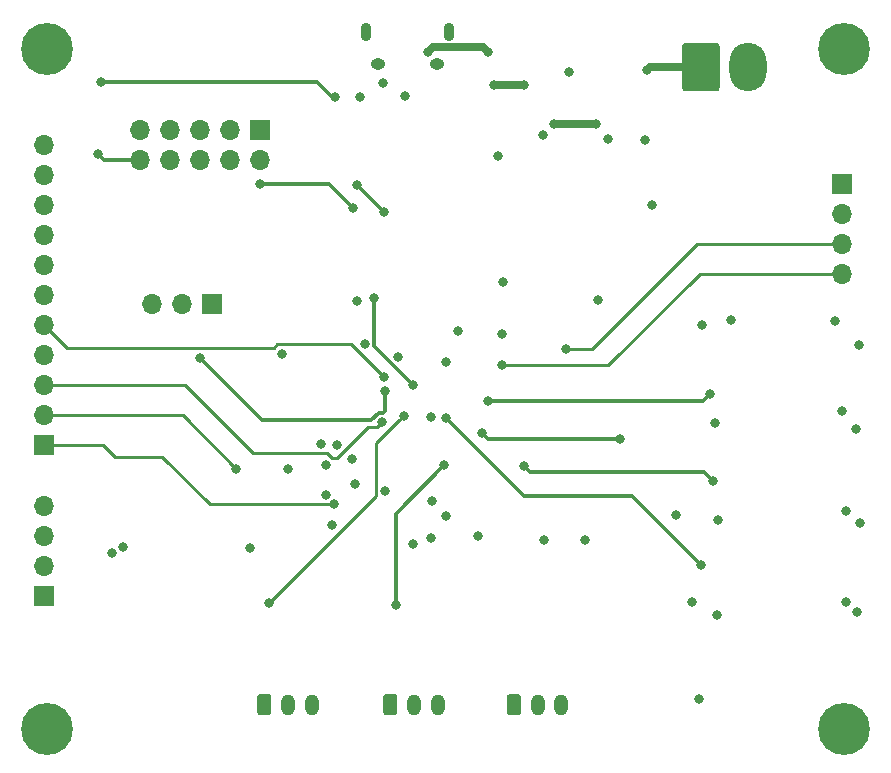
<source format=gbl>
G04 #@! TF.GenerationSoftware,KiCad,Pcbnew,5.1.10-88a1d61d58~90~ubuntu20.04.1*
G04 #@! TF.CreationDate,2021-11-20T18:16:27-05:00*
G04 #@! TF.ProjectId,WiFiSTMBoard,57694669-5354-44d4-926f-6172642e6b69,rev?*
G04 #@! TF.SameCoordinates,Original*
G04 #@! TF.FileFunction,Copper,L4,Bot*
G04 #@! TF.FilePolarity,Positive*
%FSLAX46Y46*%
G04 Gerber Fmt 4.6, Leading zero omitted, Abs format (unit mm)*
G04 Created by KiCad (PCBNEW 5.1.10-88a1d61d58~90~ubuntu20.04.1) date 2021-11-20 18:16:27*
%MOMM*%
%LPD*%
G01*
G04 APERTURE LIST*
G04 #@! TA.AperFunction,ComponentPad*
%ADD10O,1.200000X1.800000*%
G04 #@! TD*
G04 #@! TA.AperFunction,ComponentPad*
%ADD11O,1.700000X1.700000*%
G04 #@! TD*
G04 #@! TA.AperFunction,ComponentPad*
%ADD12R,1.700000X1.700000*%
G04 #@! TD*
G04 #@! TA.AperFunction,ComponentPad*
%ADD13O,0.890000X1.550000*%
G04 #@! TD*
G04 #@! TA.AperFunction,ComponentPad*
%ADD14O,1.250000X0.950000*%
G04 #@! TD*
G04 #@! TA.AperFunction,ComponentPad*
%ADD15O,3.160000X4.100000*%
G04 #@! TD*
G04 #@! TA.AperFunction,ComponentPad*
%ADD16C,0.700000*%
G04 #@! TD*
G04 #@! TA.AperFunction,ComponentPad*
%ADD17C,4.400000*%
G04 #@! TD*
G04 #@! TA.AperFunction,ViaPad*
%ADD18C,0.800000*%
G04 #@! TD*
G04 #@! TA.AperFunction,Conductor*
%ADD19C,0.300000*%
G04 #@! TD*
G04 #@! TA.AperFunction,Conductor*
%ADD20C,0.250000*%
G04 #@! TD*
G04 #@! TA.AperFunction,Conductor*
%ADD21C,0.700000*%
G04 #@! TD*
G04 APERTURE END LIST*
D10*
X121017800Y-132969000D03*
X119017800Y-132969000D03*
G04 #@! TA.AperFunction,ComponentPad*
G36*
G01*
X116417800Y-133619001D02*
X116417800Y-132318999D01*
G75*
G02*
X116667799Y-132069000I249999J0D01*
G01*
X117367801Y-132069000D01*
G75*
G02*
X117617800Y-132318999I0J-249999D01*
G01*
X117617800Y-133619001D01*
G75*
G02*
X117367801Y-133869000I-249999J0D01*
G01*
X116667799Y-133869000D01*
G75*
G02*
X116417800Y-133619001I0J249999D01*
G01*
G37*
G04 #@! TD.AperFunction*
X110553000Y-132969000D03*
X108553000Y-132969000D03*
G04 #@! TA.AperFunction,ComponentPad*
G36*
G01*
X105953000Y-133619001D02*
X105953000Y-132318999D01*
G75*
G02*
X106202999Y-132069000I249999J0D01*
G01*
X106903001Y-132069000D01*
G75*
G02*
X107153000Y-132318999I0J-249999D01*
G01*
X107153000Y-133619001D01*
G75*
G02*
X106903001Y-133869000I-249999J0D01*
G01*
X106202999Y-133869000D01*
G75*
G02*
X105953000Y-133619001I0J249999D01*
G01*
G37*
G04 #@! TD.AperFunction*
X99885000Y-132969000D03*
X97885000Y-132969000D03*
G04 #@! TA.AperFunction,ComponentPad*
G36*
G01*
X95285000Y-133619001D02*
X95285000Y-132318999D01*
G75*
G02*
X95534999Y-132069000I249999J0D01*
G01*
X96235001Y-132069000D01*
G75*
G02*
X96485000Y-132318999I0J-249999D01*
G01*
X96485000Y-133619001D01*
G75*
G02*
X96235001Y-133869000I-249999J0D01*
G01*
X95534999Y-133869000D01*
G75*
G02*
X95285000Y-133619001I0J249999D01*
G01*
G37*
G04 #@! TD.AperFunction*
D11*
X77250000Y-116130000D03*
X77250000Y-118670000D03*
X77250000Y-121210000D03*
D12*
X77250000Y-123750000D03*
D11*
X144780000Y-96520000D03*
X144780000Y-93980000D03*
X144780000Y-91440000D03*
D12*
X144780000Y-88900000D03*
D13*
X104475400Y-75992200D03*
X111475400Y-75992200D03*
D14*
X105475400Y-78692200D03*
X110475400Y-78692200D03*
D11*
X77250000Y-85600000D03*
X77250000Y-88140000D03*
X77250000Y-90680000D03*
X77250000Y-93220000D03*
X77250000Y-95760000D03*
X77250000Y-98300000D03*
X77250000Y-100840000D03*
X77250000Y-103380000D03*
X77250000Y-105920000D03*
X77250000Y-108460000D03*
D12*
X77250000Y-111000000D03*
D11*
X85344000Y-86868000D03*
X85344000Y-84328000D03*
X87884000Y-86868000D03*
X87884000Y-84328000D03*
X90424000Y-86868000D03*
X90424000Y-84328000D03*
X92964000Y-86868000D03*
X92964000Y-84328000D03*
X95504000Y-86868000D03*
D12*
X95504000Y-84328000D03*
D15*
X136802000Y-78994000D03*
G04 #@! TA.AperFunction,ComponentPad*
G36*
G01*
X131262000Y-80794000D02*
X131262000Y-77194000D01*
G75*
G02*
X131512000Y-76944000I250000J0D01*
G01*
X134172000Y-76944000D01*
G75*
G02*
X134422000Y-77194000I0J-250000D01*
G01*
X134422000Y-80794000D01*
G75*
G02*
X134172000Y-81044000I-250000J0D01*
G01*
X131512000Y-81044000D01*
G75*
G02*
X131262000Y-80794000I0J250000D01*
G01*
G37*
G04 #@! TD.AperFunction*
D11*
X86360000Y-99060000D03*
X88900000Y-99060000D03*
D12*
X91440000Y-99060000D03*
D16*
X146166726Y-76333274D03*
X145000000Y-75850000D03*
X143833274Y-76333274D03*
X143350000Y-77500000D03*
X143833274Y-78666726D03*
X145000000Y-79150000D03*
X146166726Y-78666726D03*
X146650000Y-77500000D03*
D17*
X145000000Y-77500000D03*
D16*
X78666726Y-133833274D03*
X77500000Y-133350000D03*
X76333274Y-133833274D03*
X75850000Y-135000000D03*
X76333274Y-136166726D03*
X77500000Y-136650000D03*
X78666726Y-136166726D03*
X79150000Y-135000000D03*
D17*
X77500000Y-135000000D03*
D16*
X78666726Y-76333274D03*
X77500000Y-75850000D03*
X76333274Y-76333274D03*
X75850000Y-77500000D03*
X76333274Y-78666726D03*
X77500000Y-79150000D03*
X78666726Y-78666726D03*
X79150000Y-77500000D03*
D17*
X77500000Y-77500000D03*
D16*
X146166726Y-133833274D03*
X145000000Y-133350000D03*
X143833274Y-133833274D03*
X143350000Y-135000000D03*
X143833274Y-136166726D03*
X145000000Y-136650000D03*
X146166726Y-136166726D03*
X146650000Y-135000000D03*
D17*
X145000000Y-135000000D03*
D18*
X116000000Y-101600000D03*
X128100000Y-85200000D03*
X128700000Y-90700000D03*
X101600000Y-117800000D03*
X101100000Y-115200000D03*
X107200000Y-103500000D03*
X111300000Y-104000000D03*
X101100000Y-112700000D03*
X123000000Y-119000000D03*
X119600000Y-119000000D03*
X110000000Y-118900000D03*
X108500000Y-119400000D03*
X107800000Y-81400000D03*
X116100000Y-97200000D03*
X105900000Y-80300000D03*
X121700000Y-79400000D03*
X146300000Y-117600000D03*
X146100000Y-125100000D03*
X145100000Y-124300000D03*
X134200000Y-125400000D03*
X146000000Y-109600000D03*
X146200000Y-102500000D03*
X135400000Y-100400000D03*
X144200000Y-100500000D03*
X144800000Y-108100000D03*
X134000000Y-109100000D03*
X134300000Y-117300000D03*
X145100000Y-116600000D03*
X119500000Y-84700000D03*
X115700000Y-86500000D03*
X83000000Y-120100000D03*
X83900000Y-119600000D03*
X94700000Y-119700000D03*
X132700000Y-132500000D03*
X132100000Y-124300000D03*
X130700000Y-116900000D03*
X110100000Y-115700000D03*
X114000000Y-118700000D03*
X132900000Y-100800000D03*
X124100000Y-98700000D03*
X104000000Y-81500000D03*
X125000000Y-85100000D03*
X100700000Y-110900000D03*
X110000000Y-108600000D03*
X111300000Y-117000000D03*
X106100000Y-114900000D03*
X103600000Y-114300000D03*
X103700000Y-98800000D03*
X97900000Y-113000000D03*
X112300000Y-101300000D03*
X103300000Y-112200006D03*
X102051817Y-110951813D03*
X97400000Y-103299992D03*
X104367088Y-102432912D03*
X81788000Y-86360000D03*
X82042000Y-80264000D03*
X101854000Y-81534000D03*
X105156000Y-98552000D03*
X108458000Y-105918000D03*
X96300000Y-124400000D03*
X107700000Y-108500000D03*
X117856000Y-80518000D03*
X115316000Y-80518000D03*
X114808000Y-77724000D03*
X109728000Y-77724000D03*
X128270000Y-79248000D03*
X123952000Y-83820000D03*
X120396000Y-83820000D03*
X111113600Y-112682261D03*
X107000000Y-124500000D03*
X95504000Y-88900000D03*
X103378004Y-90932000D03*
X121412000Y-102870000D03*
X116000000Y-104250000D03*
X106100000Y-106400000D03*
X90400000Y-103600000D03*
X103750000Y-89000000D03*
X106000000Y-91250000D03*
X114300000Y-109982000D03*
X125984000Y-110490000D03*
X133858000Y-114046000D03*
X117856000Y-112776000D03*
X132842000Y-121158000D03*
X111252000Y-108712000D03*
X133604000Y-106680000D03*
X114822414Y-107273600D03*
X105805331Y-109055331D03*
X93500000Y-113000000D03*
X101750000Y-116000000D03*
X106000000Y-105250000D03*
D19*
X85344000Y-86868000D02*
X83058000Y-86868000D01*
X82296000Y-86868000D02*
X81788000Y-86360000D01*
X83058000Y-86868000D02*
X82296000Y-86868000D01*
X82042000Y-80264000D02*
X100330000Y-80264000D01*
X101600000Y-81534000D02*
X101854000Y-81534000D01*
X100330000Y-80264000D02*
X101600000Y-81534000D01*
X105156000Y-102616000D02*
X108458000Y-105918000D01*
X105156000Y-98552000D02*
X105156000Y-102616000D01*
D20*
X96300000Y-124400000D02*
X105374999Y-115325001D01*
X105374999Y-115325001D02*
X105374999Y-110825001D01*
X105374999Y-110825001D02*
X107300001Y-108899999D01*
X107300001Y-108899999D02*
X107700000Y-108500000D01*
D21*
X117856000Y-80518000D02*
X115316000Y-80518000D01*
X110127999Y-77324001D02*
X109728000Y-77724000D01*
X114408001Y-77324001D02*
X110127999Y-77324001D01*
X114808000Y-77724000D02*
X114408001Y-77324001D01*
X128524000Y-78994000D02*
X128270000Y-79248000D01*
X132842000Y-78994000D02*
X128524000Y-78994000D01*
X123952000Y-83820000D02*
X120396000Y-83820000D01*
D19*
X107000000Y-116795861D02*
X107000000Y-124500000D01*
X111113600Y-112682261D02*
X107000000Y-116795861D01*
X95504000Y-88900000D02*
X101346004Y-88900000D01*
X101346004Y-88900000D02*
X103378004Y-90932000D01*
D20*
X123630000Y-102870000D02*
X121412000Y-102870000D01*
X132520000Y-93980000D02*
X123630000Y-102870000D01*
X144780000Y-93980000D02*
X132520000Y-93980000D01*
X125000000Y-104250000D02*
X116000000Y-104250000D01*
X132730000Y-96520000D02*
X125000000Y-104250000D01*
X144750000Y-96500000D02*
X132700000Y-96500000D01*
D19*
X106100000Y-106400000D02*
X106100000Y-108100000D01*
X105963010Y-108236990D02*
X105563010Y-108236990D01*
X106100000Y-108100000D02*
X105963010Y-108236990D01*
X105563010Y-108236990D02*
X104900000Y-108900000D01*
X95700000Y-108900000D02*
X90400000Y-103600000D01*
X104900000Y-108900000D02*
X95700000Y-108900000D01*
D20*
X103750000Y-89000000D02*
X106000000Y-91250000D01*
D19*
X114808000Y-110490000D02*
X125984000Y-110490000D01*
X114300000Y-109982000D02*
X114808000Y-110490000D01*
X133858000Y-114046000D02*
X133096000Y-113284000D01*
X118364000Y-113284000D02*
X117856000Y-112776000D01*
X133096000Y-113284000D02*
X118364000Y-113284000D01*
X111252000Y-108712000D02*
X117856000Y-115316000D01*
X127000000Y-115316000D02*
X132842000Y-121158000D01*
X117856000Y-115316000D02*
X127000000Y-115316000D01*
X133010400Y-107273600D02*
X114822414Y-107273600D01*
X133604000Y-106680000D02*
X133010400Y-107273600D01*
D20*
X101174999Y-111648001D02*
X94898001Y-111648001D01*
X105405332Y-109455330D02*
X104671668Y-109455330D01*
X102001997Y-112125001D02*
X101651999Y-112125001D01*
X101651999Y-112125001D02*
X101174999Y-111648001D01*
X105805331Y-109055331D02*
X105405332Y-109455330D01*
X104671668Y-109455330D02*
X102001997Y-112125001D01*
X94898001Y-111648001D02*
X89170000Y-105920000D01*
X89170000Y-105920000D02*
X77250000Y-105920000D01*
X88960000Y-108460000D02*
X77250000Y-108460000D01*
X93500000Y-113000000D02*
X88960000Y-108460000D01*
X91250000Y-116000000D02*
X87250000Y-112000000D01*
X101750000Y-116000000D02*
X91250000Y-116000000D01*
X87250000Y-112000000D02*
X83250000Y-112000000D01*
X82250000Y-111000000D02*
X77250000Y-111000000D01*
X83250000Y-112000000D02*
X82250000Y-111000000D01*
X79160000Y-102750000D02*
X78099999Y-101689999D01*
X103224999Y-102474999D02*
X96951999Y-102474999D01*
X96951999Y-102474999D02*
X96676998Y-102750000D01*
X106000000Y-105250000D02*
X103224999Y-102474999D01*
X96676998Y-102750000D02*
X79160000Y-102750000D01*
X78099999Y-101689999D02*
X77250000Y-100840000D01*
M02*

</source>
